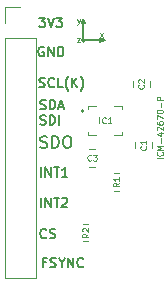
<source format=gbr>
%TF.GenerationSoftware,KiCad,Pcbnew,8.0.5*%
%TF.CreationDate,2024-09-23T16:28:14-04:00*%
%TF.ProjectId,ICM-42670-P-Breakout-Board,49434d2d-3432-4363-9730-2d502d427265,rev?*%
%TF.SameCoordinates,Original*%
%TF.FileFunction,Legend,Top*%
%TF.FilePolarity,Positive*%
%FSLAX46Y46*%
G04 Gerber Fmt 4.6, Leading zero omitted, Abs format (unit mm)*
G04 Created by KiCad (PCBNEW 8.0.5) date 2024-09-23 16:28:14*
%MOMM*%
%LPD*%
G01*
G04 APERTURE LIST*
%ADD10C,0.150000*%
%ADD11C,0.100000*%
%ADD12C,0.200000*%
%ADD13C,0.120000*%
%ADD14C,0.160000*%
G04 APERTURE END LIST*
D10*
X142200000Y-85700000D02*
X144020000Y-85700000D01*
X142050000Y-84250000D02*
X142370000Y-84250000D01*
X143650000Y-85870000D02*
X144020000Y-85700000D01*
X143650000Y-85550000D02*
X143650000Y-85870000D01*
X142350000Y-85700000D02*
G75*
G02*
X142050000Y-85700000I-150000J0D01*
G01*
X142050000Y-85700000D02*
G75*
G02*
X142350000Y-85700000I150000J0D01*
G01*
X142370000Y-84250000D02*
X142200000Y-83880000D01*
X142200000Y-85700000D02*
X142200000Y-83880000D01*
X142200000Y-83880000D02*
X142050000Y-84250000D01*
X144020000Y-85700000D02*
X143650000Y-85550000D01*
D11*
X143593047Y-85418109D02*
X143854952Y-85084776D01*
X143593047Y-85084776D02*
X143854952Y-85418109D01*
D12*
X138595238Y-99819695D02*
X138595238Y-99019695D01*
X138976190Y-99819695D02*
X138976190Y-99019695D01*
X138976190Y-99019695D02*
X139433333Y-99819695D01*
X139433333Y-99819695D02*
X139433333Y-99019695D01*
X139699999Y-99019695D02*
X140157142Y-99019695D01*
X139928570Y-99819695D02*
X139928570Y-99019695D01*
X140385713Y-99095885D02*
X140423809Y-99057790D01*
X140423809Y-99057790D02*
X140499999Y-99019695D01*
X140499999Y-99019695D02*
X140690475Y-99019695D01*
X140690475Y-99019695D02*
X140766666Y-99057790D01*
X140766666Y-99057790D02*
X140804761Y-99095885D01*
X140804761Y-99095885D02*
X140842856Y-99172076D01*
X140842856Y-99172076D02*
X140842856Y-99248266D01*
X140842856Y-99248266D02*
X140804761Y-99362552D01*
X140804761Y-99362552D02*
X140347618Y-99819695D01*
X140347618Y-99819695D02*
X140842856Y-99819695D01*
D11*
X148926109Y-95695237D02*
X148426109Y-95695237D01*
X148878490Y-95171428D02*
X148902300Y-95195237D01*
X148902300Y-95195237D02*
X148926109Y-95266666D01*
X148926109Y-95266666D02*
X148926109Y-95314285D01*
X148926109Y-95314285D02*
X148902300Y-95385713D01*
X148902300Y-95385713D02*
X148854680Y-95433332D01*
X148854680Y-95433332D02*
X148807061Y-95457142D01*
X148807061Y-95457142D02*
X148711823Y-95480951D01*
X148711823Y-95480951D02*
X148640395Y-95480951D01*
X148640395Y-95480951D02*
X148545157Y-95457142D01*
X148545157Y-95457142D02*
X148497538Y-95433332D01*
X148497538Y-95433332D02*
X148449919Y-95385713D01*
X148449919Y-95385713D02*
X148426109Y-95314285D01*
X148426109Y-95314285D02*
X148426109Y-95266666D01*
X148426109Y-95266666D02*
X148449919Y-95195237D01*
X148449919Y-95195237D02*
X148473728Y-95171428D01*
X148926109Y-94957142D02*
X148426109Y-94957142D01*
X148426109Y-94957142D02*
X148783252Y-94790475D01*
X148783252Y-94790475D02*
X148426109Y-94623809D01*
X148426109Y-94623809D02*
X148926109Y-94623809D01*
X148735633Y-94385713D02*
X148735633Y-94004761D01*
X148592776Y-93552379D02*
X148926109Y-93552379D01*
X148402300Y-93671427D02*
X148759442Y-93790474D01*
X148759442Y-93790474D02*
X148759442Y-93480951D01*
X148473728Y-93314284D02*
X148449919Y-93290475D01*
X148449919Y-93290475D02*
X148426109Y-93242856D01*
X148426109Y-93242856D02*
X148426109Y-93123808D01*
X148426109Y-93123808D02*
X148449919Y-93076189D01*
X148449919Y-93076189D02*
X148473728Y-93052380D01*
X148473728Y-93052380D02*
X148521347Y-93028570D01*
X148521347Y-93028570D02*
X148568966Y-93028570D01*
X148568966Y-93028570D02*
X148640395Y-93052380D01*
X148640395Y-93052380D02*
X148926109Y-93338094D01*
X148926109Y-93338094D02*
X148926109Y-93028570D01*
X148426109Y-92599999D02*
X148426109Y-92695237D01*
X148426109Y-92695237D02*
X148449919Y-92742856D01*
X148449919Y-92742856D02*
X148473728Y-92766666D01*
X148473728Y-92766666D02*
X148545157Y-92814285D01*
X148545157Y-92814285D02*
X148640395Y-92838094D01*
X148640395Y-92838094D02*
X148830871Y-92838094D01*
X148830871Y-92838094D02*
X148878490Y-92814285D01*
X148878490Y-92814285D02*
X148902300Y-92790475D01*
X148902300Y-92790475D02*
X148926109Y-92742856D01*
X148926109Y-92742856D02*
X148926109Y-92647618D01*
X148926109Y-92647618D02*
X148902300Y-92599999D01*
X148902300Y-92599999D02*
X148878490Y-92576190D01*
X148878490Y-92576190D02*
X148830871Y-92552380D01*
X148830871Y-92552380D02*
X148711823Y-92552380D01*
X148711823Y-92552380D02*
X148664204Y-92576190D01*
X148664204Y-92576190D02*
X148640395Y-92599999D01*
X148640395Y-92599999D02*
X148616585Y-92647618D01*
X148616585Y-92647618D02*
X148616585Y-92742856D01*
X148616585Y-92742856D02*
X148640395Y-92790475D01*
X148640395Y-92790475D02*
X148664204Y-92814285D01*
X148664204Y-92814285D02*
X148711823Y-92838094D01*
X148426109Y-92385714D02*
X148426109Y-92052381D01*
X148426109Y-92052381D02*
X148926109Y-92266666D01*
X148426109Y-91766667D02*
X148426109Y-91719048D01*
X148426109Y-91719048D02*
X148449919Y-91671429D01*
X148449919Y-91671429D02*
X148473728Y-91647619D01*
X148473728Y-91647619D02*
X148521347Y-91623810D01*
X148521347Y-91623810D02*
X148616585Y-91600000D01*
X148616585Y-91600000D02*
X148735633Y-91600000D01*
X148735633Y-91600000D02*
X148830871Y-91623810D01*
X148830871Y-91623810D02*
X148878490Y-91647619D01*
X148878490Y-91647619D02*
X148902300Y-91671429D01*
X148902300Y-91671429D02*
X148926109Y-91719048D01*
X148926109Y-91719048D02*
X148926109Y-91766667D01*
X148926109Y-91766667D02*
X148902300Y-91814286D01*
X148902300Y-91814286D02*
X148878490Y-91838095D01*
X148878490Y-91838095D02*
X148830871Y-91861905D01*
X148830871Y-91861905D02*
X148735633Y-91885714D01*
X148735633Y-91885714D02*
X148616585Y-91885714D01*
X148616585Y-91885714D02*
X148521347Y-91861905D01*
X148521347Y-91861905D02*
X148473728Y-91838095D01*
X148473728Y-91838095D02*
X148449919Y-91814286D01*
X148449919Y-91814286D02*
X148426109Y-91766667D01*
X148735633Y-91385715D02*
X148735633Y-91004763D01*
X148926109Y-90766667D02*
X148426109Y-90766667D01*
X148426109Y-90766667D02*
X148426109Y-90576191D01*
X148426109Y-90576191D02*
X148449919Y-90528572D01*
X148449919Y-90528572D02*
X148473728Y-90504762D01*
X148473728Y-90504762D02*
X148521347Y-90480953D01*
X148521347Y-90480953D02*
X148592776Y-90480953D01*
X148592776Y-90480953D02*
X148640395Y-90504762D01*
X148640395Y-90504762D02*
X148664204Y-90528572D01*
X148664204Y-90528572D02*
X148688014Y-90576191D01*
X148688014Y-90576191D02*
X148688014Y-90766667D01*
D12*
X139058667Y-102391504D02*
X139020571Y-102429600D01*
X139020571Y-102429600D02*
X138906286Y-102467695D01*
X138906286Y-102467695D02*
X138830095Y-102467695D01*
X138830095Y-102467695D02*
X138715809Y-102429600D01*
X138715809Y-102429600D02*
X138639619Y-102353409D01*
X138639619Y-102353409D02*
X138601524Y-102277219D01*
X138601524Y-102277219D02*
X138563428Y-102124838D01*
X138563428Y-102124838D02*
X138563428Y-102010552D01*
X138563428Y-102010552D02*
X138601524Y-101858171D01*
X138601524Y-101858171D02*
X138639619Y-101781980D01*
X138639619Y-101781980D02*
X138715809Y-101705790D01*
X138715809Y-101705790D02*
X138830095Y-101667695D01*
X138830095Y-101667695D02*
X138906286Y-101667695D01*
X138906286Y-101667695D02*
X139020571Y-101705790D01*
X139020571Y-101705790D02*
X139058667Y-101743885D01*
X139363428Y-102429600D02*
X139477714Y-102467695D01*
X139477714Y-102467695D02*
X139668190Y-102467695D01*
X139668190Y-102467695D02*
X139744381Y-102429600D01*
X139744381Y-102429600D02*
X139782476Y-102391504D01*
X139782476Y-102391504D02*
X139820571Y-102315314D01*
X139820571Y-102315314D02*
X139820571Y-102239123D01*
X139820571Y-102239123D02*
X139782476Y-102162933D01*
X139782476Y-102162933D02*
X139744381Y-102124838D01*
X139744381Y-102124838D02*
X139668190Y-102086742D01*
X139668190Y-102086742D02*
X139515809Y-102048647D01*
X139515809Y-102048647D02*
X139439619Y-102010552D01*
X139439619Y-102010552D02*
X139401524Y-101972457D01*
X139401524Y-101972457D02*
X139363428Y-101896266D01*
X139363428Y-101896266D02*
X139363428Y-101820076D01*
X139363428Y-101820076D02*
X139401524Y-101743885D01*
X139401524Y-101743885D02*
X139439619Y-101705790D01*
X139439619Y-101705790D02*
X139515809Y-101667695D01*
X139515809Y-101667695D02*
X139706286Y-101667695D01*
X139706286Y-101667695D02*
X139820571Y-101705790D01*
X138595238Y-97249695D02*
X138595238Y-96449695D01*
X138976190Y-97249695D02*
X138976190Y-96449695D01*
X138976190Y-96449695D02*
X139433333Y-97249695D01*
X139433333Y-97249695D02*
X139433333Y-96449695D01*
X139699999Y-96449695D02*
X140157142Y-96449695D01*
X139928570Y-97249695D02*
X139928570Y-96449695D01*
X140842856Y-97249695D02*
X140385713Y-97249695D01*
X140614285Y-97249695D02*
X140614285Y-96449695D01*
X140614285Y-96449695D02*
X140538094Y-96563980D01*
X140538094Y-96563980D02*
X140461904Y-96640171D01*
X140461904Y-96640171D02*
X140385713Y-96678266D01*
X139033428Y-104490647D02*
X138766762Y-104490647D01*
X138766762Y-104909695D02*
X138766762Y-104109695D01*
X138766762Y-104109695D02*
X139147714Y-104109695D01*
X139414380Y-104871600D02*
X139528666Y-104909695D01*
X139528666Y-104909695D02*
X139719142Y-104909695D01*
X139719142Y-104909695D02*
X139795333Y-104871600D01*
X139795333Y-104871600D02*
X139833428Y-104833504D01*
X139833428Y-104833504D02*
X139871523Y-104757314D01*
X139871523Y-104757314D02*
X139871523Y-104681123D01*
X139871523Y-104681123D02*
X139833428Y-104604933D01*
X139833428Y-104604933D02*
X139795333Y-104566838D01*
X139795333Y-104566838D02*
X139719142Y-104528742D01*
X139719142Y-104528742D02*
X139566761Y-104490647D01*
X139566761Y-104490647D02*
X139490571Y-104452552D01*
X139490571Y-104452552D02*
X139452476Y-104414457D01*
X139452476Y-104414457D02*
X139414380Y-104338266D01*
X139414380Y-104338266D02*
X139414380Y-104262076D01*
X139414380Y-104262076D02*
X139452476Y-104185885D01*
X139452476Y-104185885D02*
X139490571Y-104147790D01*
X139490571Y-104147790D02*
X139566761Y-104109695D01*
X139566761Y-104109695D02*
X139757238Y-104109695D01*
X139757238Y-104109695D02*
X139871523Y-104147790D01*
X140366762Y-104528742D02*
X140366762Y-104909695D01*
X140100095Y-104109695D02*
X140366762Y-104528742D01*
X140366762Y-104528742D02*
X140633428Y-104109695D01*
X140900095Y-104909695D02*
X140900095Y-104109695D01*
X140900095Y-104109695D02*
X141357238Y-104909695D01*
X141357238Y-104909695D02*
X141357238Y-104109695D01*
X142195333Y-104833504D02*
X142157237Y-104871600D01*
X142157237Y-104871600D02*
X142042952Y-104909695D01*
X142042952Y-104909695D02*
X141966761Y-104909695D01*
X141966761Y-104909695D02*
X141852475Y-104871600D01*
X141852475Y-104871600D02*
X141776285Y-104795409D01*
X141776285Y-104795409D02*
X141738190Y-104719219D01*
X141738190Y-104719219D02*
X141700094Y-104566838D01*
X141700094Y-104566838D02*
X141700094Y-104452552D01*
X141700094Y-104452552D02*
X141738190Y-104300171D01*
X141738190Y-104300171D02*
X141776285Y-104223980D01*
X141776285Y-104223980D02*
X141852475Y-104147790D01*
X141852475Y-104147790D02*
X141966761Y-104109695D01*
X141966761Y-104109695D02*
X142042952Y-104109695D01*
X142042952Y-104109695D02*
X142157237Y-104147790D01*
X142157237Y-104147790D02*
X142195333Y-104185885D01*
X138459958Y-89631600D02*
X138574244Y-89669695D01*
X138574244Y-89669695D02*
X138764720Y-89669695D01*
X138764720Y-89669695D02*
X138840911Y-89631600D01*
X138840911Y-89631600D02*
X138879006Y-89593504D01*
X138879006Y-89593504D02*
X138917101Y-89517314D01*
X138917101Y-89517314D02*
X138917101Y-89441123D01*
X138917101Y-89441123D02*
X138879006Y-89364933D01*
X138879006Y-89364933D02*
X138840911Y-89326838D01*
X138840911Y-89326838D02*
X138764720Y-89288742D01*
X138764720Y-89288742D02*
X138612339Y-89250647D01*
X138612339Y-89250647D02*
X138536149Y-89212552D01*
X138536149Y-89212552D02*
X138498054Y-89174457D01*
X138498054Y-89174457D02*
X138459958Y-89098266D01*
X138459958Y-89098266D02*
X138459958Y-89022076D01*
X138459958Y-89022076D02*
X138498054Y-88945885D01*
X138498054Y-88945885D02*
X138536149Y-88907790D01*
X138536149Y-88907790D02*
X138612339Y-88869695D01*
X138612339Y-88869695D02*
X138802816Y-88869695D01*
X138802816Y-88869695D02*
X138917101Y-88907790D01*
X139717102Y-89593504D02*
X139679006Y-89631600D01*
X139679006Y-89631600D02*
X139564721Y-89669695D01*
X139564721Y-89669695D02*
X139488530Y-89669695D01*
X139488530Y-89669695D02*
X139374244Y-89631600D01*
X139374244Y-89631600D02*
X139298054Y-89555409D01*
X139298054Y-89555409D02*
X139259959Y-89479219D01*
X139259959Y-89479219D02*
X139221863Y-89326838D01*
X139221863Y-89326838D02*
X139221863Y-89212552D01*
X139221863Y-89212552D02*
X139259959Y-89060171D01*
X139259959Y-89060171D02*
X139298054Y-88983980D01*
X139298054Y-88983980D02*
X139374244Y-88907790D01*
X139374244Y-88907790D02*
X139488530Y-88869695D01*
X139488530Y-88869695D02*
X139564721Y-88869695D01*
X139564721Y-88869695D02*
X139679006Y-88907790D01*
X139679006Y-88907790D02*
X139717102Y-88945885D01*
X140440911Y-89669695D02*
X140059959Y-89669695D01*
X140059959Y-89669695D02*
X140059959Y-88869695D01*
X140936149Y-89974457D02*
X140898054Y-89936361D01*
X140898054Y-89936361D02*
X140821863Y-89822076D01*
X140821863Y-89822076D02*
X140783768Y-89745885D01*
X140783768Y-89745885D02*
X140745673Y-89631600D01*
X140745673Y-89631600D02*
X140707578Y-89441123D01*
X140707578Y-89441123D02*
X140707578Y-89288742D01*
X140707578Y-89288742D02*
X140745673Y-89098266D01*
X140745673Y-89098266D02*
X140783768Y-88983980D01*
X140783768Y-88983980D02*
X140821863Y-88907790D01*
X140821863Y-88907790D02*
X140898054Y-88793504D01*
X140898054Y-88793504D02*
X140936149Y-88755409D01*
X141240911Y-89669695D02*
X141240911Y-88869695D01*
X141698054Y-89669695D02*
X141355196Y-89212552D01*
X141698054Y-88869695D02*
X141240911Y-89326838D01*
X141964720Y-89974457D02*
X142002815Y-89936361D01*
X142002815Y-89936361D02*
X142079006Y-89822076D01*
X142079006Y-89822076D02*
X142117101Y-89745885D01*
X142117101Y-89745885D02*
X142155196Y-89631600D01*
X142155196Y-89631600D02*
X142193292Y-89441123D01*
X142193292Y-89441123D02*
X142193292Y-89288742D01*
X142193292Y-89288742D02*
X142155196Y-89098266D01*
X142155196Y-89098266D02*
X142117101Y-88983980D01*
X142117101Y-88983980D02*
X142079006Y-88907790D01*
X142079006Y-88907790D02*
X142002815Y-88793504D01*
X142002815Y-88793504D02*
X141964720Y-88755409D01*
X138455523Y-83799695D02*
X138950761Y-83799695D01*
X138950761Y-83799695D02*
X138684095Y-84104457D01*
X138684095Y-84104457D02*
X138798380Y-84104457D01*
X138798380Y-84104457D02*
X138874571Y-84142552D01*
X138874571Y-84142552D02*
X138912666Y-84180647D01*
X138912666Y-84180647D02*
X138950761Y-84256838D01*
X138950761Y-84256838D02*
X138950761Y-84447314D01*
X138950761Y-84447314D02*
X138912666Y-84523504D01*
X138912666Y-84523504D02*
X138874571Y-84561600D01*
X138874571Y-84561600D02*
X138798380Y-84599695D01*
X138798380Y-84599695D02*
X138569809Y-84599695D01*
X138569809Y-84599695D02*
X138493618Y-84561600D01*
X138493618Y-84561600D02*
X138455523Y-84523504D01*
X139179333Y-83799695D02*
X139446000Y-84599695D01*
X139446000Y-84599695D02*
X139712666Y-83799695D01*
X139903142Y-83799695D02*
X140398380Y-83799695D01*
X140398380Y-83799695D02*
X140131714Y-84104457D01*
X140131714Y-84104457D02*
X140245999Y-84104457D01*
X140245999Y-84104457D02*
X140322190Y-84142552D01*
X140322190Y-84142552D02*
X140360285Y-84180647D01*
X140360285Y-84180647D02*
X140398380Y-84256838D01*
X140398380Y-84256838D02*
X140398380Y-84447314D01*
X140398380Y-84447314D02*
X140360285Y-84523504D01*
X140360285Y-84523504D02*
X140322190Y-84561600D01*
X140322190Y-84561600D02*
X140245999Y-84599695D01*
X140245999Y-84599695D02*
X140017428Y-84599695D01*
X140017428Y-84599695D02*
X139941237Y-84561600D01*
X139941237Y-84561600D02*
X139903142Y-84523504D01*
X138836476Y-86277790D02*
X138760286Y-86239695D01*
X138760286Y-86239695D02*
X138646000Y-86239695D01*
X138646000Y-86239695D02*
X138531714Y-86277790D01*
X138531714Y-86277790D02*
X138455524Y-86353980D01*
X138455524Y-86353980D02*
X138417429Y-86430171D01*
X138417429Y-86430171D02*
X138379333Y-86582552D01*
X138379333Y-86582552D02*
X138379333Y-86696838D01*
X138379333Y-86696838D02*
X138417429Y-86849219D01*
X138417429Y-86849219D02*
X138455524Y-86925409D01*
X138455524Y-86925409D02*
X138531714Y-87001600D01*
X138531714Y-87001600D02*
X138646000Y-87039695D01*
X138646000Y-87039695D02*
X138722191Y-87039695D01*
X138722191Y-87039695D02*
X138836476Y-87001600D01*
X138836476Y-87001600D02*
X138874572Y-86963504D01*
X138874572Y-86963504D02*
X138874572Y-86696838D01*
X138874572Y-86696838D02*
X138722191Y-86696838D01*
X139217429Y-87039695D02*
X139217429Y-86239695D01*
X139217429Y-86239695D02*
X139674572Y-87039695D01*
X139674572Y-87039695D02*
X139674572Y-86239695D01*
X140055524Y-87039695D02*
X140055524Y-86239695D01*
X140055524Y-86239695D02*
X140246000Y-86239695D01*
X140246000Y-86239695D02*
X140360286Y-86277790D01*
X140360286Y-86277790D02*
X140436476Y-86353980D01*
X140436476Y-86353980D02*
X140474571Y-86430171D01*
X140474571Y-86430171D02*
X140512667Y-86582552D01*
X140512667Y-86582552D02*
X140512667Y-86696838D01*
X140512667Y-86696838D02*
X140474571Y-86849219D01*
X140474571Y-86849219D02*
X140436476Y-86925409D01*
X140436476Y-86925409D02*
X140360286Y-87001600D01*
X140360286Y-87001600D02*
X140246000Y-87039695D01*
X140246000Y-87039695D02*
X140055524Y-87039695D01*
X138543958Y-91517623D02*
X138658244Y-91555718D01*
X138658244Y-91555718D02*
X138848720Y-91555718D01*
X138848720Y-91555718D02*
X138924911Y-91517623D01*
X138924911Y-91517623D02*
X138963006Y-91479527D01*
X138963006Y-91479527D02*
X139001101Y-91403337D01*
X139001101Y-91403337D02*
X139001101Y-91327146D01*
X139001101Y-91327146D02*
X138963006Y-91250956D01*
X138963006Y-91250956D02*
X138924911Y-91212861D01*
X138924911Y-91212861D02*
X138848720Y-91174765D01*
X138848720Y-91174765D02*
X138696339Y-91136670D01*
X138696339Y-91136670D02*
X138620149Y-91098575D01*
X138620149Y-91098575D02*
X138582054Y-91060480D01*
X138582054Y-91060480D02*
X138543958Y-90984289D01*
X138543958Y-90984289D02*
X138543958Y-90908099D01*
X138543958Y-90908099D02*
X138582054Y-90831908D01*
X138582054Y-90831908D02*
X138620149Y-90793813D01*
X138620149Y-90793813D02*
X138696339Y-90755718D01*
X138696339Y-90755718D02*
X138886816Y-90755718D01*
X138886816Y-90755718D02*
X139001101Y-90793813D01*
X139343959Y-91555718D02*
X139343959Y-90755718D01*
X139343959Y-90755718D02*
X139534435Y-90755718D01*
X139534435Y-90755718D02*
X139648721Y-90793813D01*
X139648721Y-90793813D02*
X139724911Y-90870003D01*
X139724911Y-90870003D02*
X139763006Y-90946194D01*
X139763006Y-90946194D02*
X139801102Y-91098575D01*
X139801102Y-91098575D02*
X139801102Y-91212861D01*
X139801102Y-91212861D02*
X139763006Y-91365242D01*
X139763006Y-91365242D02*
X139724911Y-91441432D01*
X139724911Y-91441432D02*
X139648721Y-91517623D01*
X139648721Y-91517623D02*
X139534435Y-91555718D01*
X139534435Y-91555718D02*
X139343959Y-91555718D01*
X140105863Y-91327146D02*
X140486816Y-91327146D01*
X140029673Y-91555718D02*
X140296340Y-90755718D01*
X140296340Y-90755718D02*
X140563006Y-91555718D01*
X138543958Y-92805578D02*
X138658244Y-92843673D01*
X138658244Y-92843673D02*
X138848720Y-92843673D01*
X138848720Y-92843673D02*
X138924911Y-92805578D01*
X138924911Y-92805578D02*
X138963006Y-92767482D01*
X138963006Y-92767482D02*
X139001101Y-92691292D01*
X139001101Y-92691292D02*
X139001101Y-92615101D01*
X139001101Y-92615101D02*
X138963006Y-92538911D01*
X138963006Y-92538911D02*
X138924911Y-92500816D01*
X138924911Y-92500816D02*
X138848720Y-92462720D01*
X138848720Y-92462720D02*
X138696339Y-92424625D01*
X138696339Y-92424625D02*
X138620149Y-92386530D01*
X138620149Y-92386530D02*
X138582054Y-92348435D01*
X138582054Y-92348435D02*
X138543958Y-92272244D01*
X138543958Y-92272244D02*
X138543958Y-92196054D01*
X138543958Y-92196054D02*
X138582054Y-92119863D01*
X138582054Y-92119863D02*
X138620149Y-92081768D01*
X138620149Y-92081768D02*
X138696339Y-92043673D01*
X138696339Y-92043673D02*
X138886816Y-92043673D01*
X138886816Y-92043673D02*
X139001101Y-92081768D01*
X139343959Y-92843673D02*
X139343959Y-92043673D01*
X139343959Y-92043673D02*
X139534435Y-92043673D01*
X139534435Y-92043673D02*
X139648721Y-92081768D01*
X139648721Y-92081768D02*
X139724911Y-92157958D01*
X139724911Y-92157958D02*
X139763006Y-92234149D01*
X139763006Y-92234149D02*
X139801102Y-92386530D01*
X139801102Y-92386530D02*
X139801102Y-92500816D01*
X139801102Y-92500816D02*
X139763006Y-92653197D01*
X139763006Y-92653197D02*
X139724911Y-92729387D01*
X139724911Y-92729387D02*
X139648721Y-92805578D01*
X139648721Y-92805578D02*
X139534435Y-92843673D01*
X139534435Y-92843673D02*
X139343959Y-92843673D01*
X140143959Y-92843673D02*
X140143959Y-92043673D01*
D11*
X141670952Y-83882776D02*
X141790000Y-84216109D01*
X141909047Y-83882776D02*
X141790000Y-84216109D01*
X141790000Y-84216109D02*
X141742381Y-84335157D01*
X141742381Y-84335157D02*
X141718571Y-84358966D01*
X141718571Y-84358966D02*
X141670952Y-84382776D01*
X141619047Y-85552776D02*
X141880952Y-85552776D01*
X141880952Y-85552776D02*
X141619047Y-85886109D01*
X141619047Y-85886109D02*
X141880952Y-85886109D01*
D12*
X138560476Y-94774600D02*
X138703333Y-94822219D01*
X138703333Y-94822219D02*
X138941428Y-94822219D01*
X138941428Y-94822219D02*
X139036666Y-94774600D01*
X139036666Y-94774600D02*
X139084285Y-94726980D01*
X139084285Y-94726980D02*
X139131904Y-94631742D01*
X139131904Y-94631742D02*
X139131904Y-94536504D01*
X139131904Y-94536504D02*
X139084285Y-94441266D01*
X139084285Y-94441266D02*
X139036666Y-94393647D01*
X139036666Y-94393647D02*
X138941428Y-94346028D01*
X138941428Y-94346028D02*
X138750952Y-94298409D01*
X138750952Y-94298409D02*
X138655714Y-94250790D01*
X138655714Y-94250790D02*
X138608095Y-94203171D01*
X138608095Y-94203171D02*
X138560476Y-94107933D01*
X138560476Y-94107933D02*
X138560476Y-94012695D01*
X138560476Y-94012695D02*
X138608095Y-93917457D01*
X138608095Y-93917457D02*
X138655714Y-93869838D01*
X138655714Y-93869838D02*
X138750952Y-93822219D01*
X138750952Y-93822219D02*
X138989047Y-93822219D01*
X138989047Y-93822219D02*
X139131904Y-93869838D01*
X139560476Y-94822219D02*
X139560476Y-93822219D01*
X139560476Y-93822219D02*
X139798571Y-93822219D01*
X139798571Y-93822219D02*
X139941428Y-93869838D01*
X139941428Y-93869838D02*
X140036666Y-93965076D01*
X140036666Y-93965076D02*
X140084285Y-94060314D01*
X140084285Y-94060314D02*
X140131904Y-94250790D01*
X140131904Y-94250790D02*
X140131904Y-94393647D01*
X140131904Y-94393647D02*
X140084285Y-94584123D01*
X140084285Y-94584123D02*
X140036666Y-94679361D01*
X140036666Y-94679361D02*
X139941428Y-94774600D01*
X139941428Y-94774600D02*
X139798571Y-94822219D01*
X139798571Y-94822219D02*
X139560476Y-94822219D01*
X140750952Y-93822219D02*
X140941428Y-93822219D01*
X140941428Y-93822219D02*
X141036666Y-93869838D01*
X141036666Y-93869838D02*
X141131904Y-93965076D01*
X141131904Y-93965076D02*
X141179523Y-94155552D01*
X141179523Y-94155552D02*
X141179523Y-94488885D01*
X141179523Y-94488885D02*
X141131904Y-94679361D01*
X141131904Y-94679361D02*
X141036666Y-94774600D01*
X141036666Y-94774600D02*
X140941428Y-94822219D01*
X140941428Y-94822219D02*
X140750952Y-94822219D01*
X140750952Y-94822219D02*
X140655714Y-94774600D01*
X140655714Y-94774600D02*
X140560476Y-94679361D01*
X140560476Y-94679361D02*
X140512857Y-94488885D01*
X140512857Y-94488885D02*
X140512857Y-94155552D01*
X140512857Y-94155552D02*
X140560476Y-93965076D01*
X140560476Y-93965076D02*
X140655714Y-93869838D01*
X140655714Y-93869838D02*
X140750952Y-93822219D01*
D11*
X147478490Y-94683333D02*
X147502300Y-94707142D01*
X147502300Y-94707142D02*
X147526109Y-94778571D01*
X147526109Y-94778571D02*
X147526109Y-94826190D01*
X147526109Y-94826190D02*
X147502300Y-94897618D01*
X147502300Y-94897618D02*
X147454680Y-94945237D01*
X147454680Y-94945237D02*
X147407061Y-94969047D01*
X147407061Y-94969047D02*
X147311823Y-94992856D01*
X147311823Y-94992856D02*
X147240395Y-94992856D01*
X147240395Y-94992856D02*
X147145157Y-94969047D01*
X147145157Y-94969047D02*
X147097538Y-94945237D01*
X147097538Y-94945237D02*
X147049919Y-94897618D01*
X147049919Y-94897618D02*
X147026109Y-94826190D01*
X147026109Y-94826190D02*
X147026109Y-94778571D01*
X147026109Y-94778571D02*
X147049919Y-94707142D01*
X147049919Y-94707142D02*
X147073728Y-94683333D01*
X147526109Y-94207142D02*
X147526109Y-94492856D01*
X147526109Y-94349999D02*
X147026109Y-94349999D01*
X147026109Y-94349999D02*
X147097538Y-94397618D01*
X147097538Y-94397618D02*
X147145157Y-94445237D01*
X147145157Y-94445237D02*
X147168966Y-94492856D01*
X147278490Y-89480833D02*
X147302300Y-89504642D01*
X147302300Y-89504642D02*
X147326109Y-89576071D01*
X147326109Y-89576071D02*
X147326109Y-89623690D01*
X147326109Y-89623690D02*
X147302300Y-89695118D01*
X147302300Y-89695118D02*
X147254680Y-89742737D01*
X147254680Y-89742737D02*
X147207061Y-89766547D01*
X147207061Y-89766547D02*
X147111823Y-89790356D01*
X147111823Y-89790356D02*
X147040395Y-89790356D01*
X147040395Y-89790356D02*
X146945157Y-89766547D01*
X146945157Y-89766547D02*
X146897538Y-89742737D01*
X146897538Y-89742737D02*
X146849919Y-89695118D01*
X146849919Y-89695118D02*
X146826109Y-89623690D01*
X146826109Y-89623690D02*
X146826109Y-89576071D01*
X146826109Y-89576071D02*
X146849919Y-89504642D01*
X146849919Y-89504642D02*
X146873728Y-89480833D01*
X146873728Y-89290356D02*
X146849919Y-89266547D01*
X146849919Y-89266547D02*
X146826109Y-89218928D01*
X146826109Y-89218928D02*
X146826109Y-89099880D01*
X146826109Y-89099880D02*
X146849919Y-89052261D01*
X146849919Y-89052261D02*
X146873728Y-89028452D01*
X146873728Y-89028452D02*
X146921347Y-89004642D01*
X146921347Y-89004642D02*
X146968966Y-89004642D01*
X146968966Y-89004642D02*
X147040395Y-89028452D01*
X147040395Y-89028452D02*
X147326109Y-89314166D01*
X147326109Y-89314166D02*
X147326109Y-89004642D01*
X143561905Y-92726109D02*
X143561905Y-92226109D01*
X144085714Y-92678490D02*
X144061905Y-92702300D01*
X144061905Y-92702300D02*
X143990476Y-92726109D01*
X143990476Y-92726109D02*
X143942857Y-92726109D01*
X143942857Y-92726109D02*
X143871429Y-92702300D01*
X143871429Y-92702300D02*
X143823810Y-92654680D01*
X143823810Y-92654680D02*
X143800000Y-92607061D01*
X143800000Y-92607061D02*
X143776191Y-92511823D01*
X143776191Y-92511823D02*
X143776191Y-92440395D01*
X143776191Y-92440395D02*
X143800000Y-92345157D01*
X143800000Y-92345157D02*
X143823810Y-92297538D01*
X143823810Y-92297538D02*
X143871429Y-92249919D01*
X143871429Y-92249919D02*
X143942857Y-92226109D01*
X143942857Y-92226109D02*
X143990476Y-92226109D01*
X143990476Y-92226109D02*
X144061905Y-92249919D01*
X144061905Y-92249919D02*
X144085714Y-92273728D01*
X144561905Y-92726109D02*
X144276191Y-92726109D01*
X144419048Y-92726109D02*
X144419048Y-92226109D01*
X144419048Y-92226109D02*
X144371429Y-92297538D01*
X144371429Y-92297538D02*
X144323810Y-92345157D01*
X144323810Y-92345157D02*
X144276191Y-92368966D01*
X142626109Y-102083333D02*
X142388014Y-102249999D01*
X142626109Y-102369047D02*
X142126109Y-102369047D01*
X142126109Y-102369047D02*
X142126109Y-102178571D01*
X142126109Y-102178571D02*
X142149919Y-102130952D01*
X142149919Y-102130952D02*
X142173728Y-102107142D01*
X142173728Y-102107142D02*
X142221347Y-102083333D01*
X142221347Y-102083333D02*
X142292776Y-102083333D01*
X142292776Y-102083333D02*
X142340395Y-102107142D01*
X142340395Y-102107142D02*
X142364204Y-102130952D01*
X142364204Y-102130952D02*
X142388014Y-102178571D01*
X142388014Y-102178571D02*
X142388014Y-102369047D01*
X142173728Y-101892856D02*
X142149919Y-101869047D01*
X142149919Y-101869047D02*
X142126109Y-101821428D01*
X142126109Y-101821428D02*
X142126109Y-101702380D01*
X142126109Y-101702380D02*
X142149919Y-101654761D01*
X142149919Y-101654761D02*
X142173728Y-101630952D01*
X142173728Y-101630952D02*
X142221347Y-101607142D01*
X142221347Y-101607142D02*
X142268966Y-101607142D01*
X142268966Y-101607142D02*
X142340395Y-101630952D01*
X142340395Y-101630952D02*
X142626109Y-101916666D01*
X142626109Y-101916666D02*
X142626109Y-101607142D01*
X142854166Y-95842490D02*
X142830357Y-95866300D01*
X142830357Y-95866300D02*
X142758928Y-95890109D01*
X142758928Y-95890109D02*
X142711309Y-95890109D01*
X142711309Y-95890109D02*
X142639881Y-95866300D01*
X142639881Y-95866300D02*
X142592262Y-95818680D01*
X142592262Y-95818680D02*
X142568452Y-95771061D01*
X142568452Y-95771061D02*
X142544643Y-95675823D01*
X142544643Y-95675823D02*
X142544643Y-95604395D01*
X142544643Y-95604395D02*
X142568452Y-95509157D01*
X142568452Y-95509157D02*
X142592262Y-95461538D01*
X142592262Y-95461538D02*
X142639881Y-95413919D01*
X142639881Y-95413919D02*
X142711309Y-95390109D01*
X142711309Y-95390109D02*
X142758928Y-95390109D01*
X142758928Y-95390109D02*
X142830357Y-95413919D01*
X142830357Y-95413919D02*
X142854166Y-95437728D01*
X143020833Y-95390109D02*
X143330357Y-95390109D01*
X143330357Y-95390109D02*
X143163690Y-95580585D01*
X143163690Y-95580585D02*
X143235119Y-95580585D01*
X143235119Y-95580585D02*
X143282738Y-95604395D01*
X143282738Y-95604395D02*
X143306547Y-95628204D01*
X143306547Y-95628204D02*
X143330357Y-95675823D01*
X143330357Y-95675823D02*
X143330357Y-95794871D01*
X143330357Y-95794871D02*
X143306547Y-95842490D01*
X143306547Y-95842490D02*
X143282738Y-95866300D01*
X143282738Y-95866300D02*
X143235119Y-95890109D01*
X143235119Y-95890109D02*
X143092262Y-95890109D01*
X143092262Y-95890109D02*
X143044643Y-95866300D01*
X143044643Y-95866300D02*
X143020833Y-95842490D01*
X145226109Y-97783333D02*
X144988014Y-97949999D01*
X145226109Y-98069047D02*
X144726109Y-98069047D01*
X144726109Y-98069047D02*
X144726109Y-97878571D01*
X144726109Y-97878571D02*
X144749919Y-97830952D01*
X144749919Y-97830952D02*
X144773728Y-97807142D01*
X144773728Y-97807142D02*
X144821347Y-97783333D01*
X144821347Y-97783333D02*
X144892776Y-97783333D01*
X144892776Y-97783333D02*
X144940395Y-97807142D01*
X144940395Y-97807142D02*
X144964204Y-97830952D01*
X144964204Y-97830952D02*
X144988014Y-97878571D01*
X144988014Y-97878571D02*
X144988014Y-98069047D01*
X145226109Y-97307142D02*
X145226109Y-97592856D01*
X145226109Y-97449999D02*
X144726109Y-97449999D01*
X144726109Y-97449999D02*
X144797538Y-97497618D01*
X144797538Y-97497618D02*
X144845157Y-97545237D01*
X144845157Y-97545237D02*
X144868966Y-97592856D01*
D13*
%TO.C,C1*%
X146565000Y-94338748D02*
X146565000Y-94861252D01*
X148035000Y-94338748D02*
X148035000Y-94861252D01*
%TO.C,C2*%
X146365000Y-89661252D02*
X146365000Y-89138748D01*
X147835000Y-89661252D02*
X147835000Y-89138748D01*
D11*
%TO.C,IC1*%
X142600000Y-93700000D02*
X142600000Y-93500000D01*
X142600000Y-93700000D02*
X143300000Y-93700000D01*
X145500000Y-93500000D02*
X145500000Y-93700000D01*
X142600000Y-91500000D02*
X142600000Y-91300000D01*
X144800000Y-91300000D02*
X145500000Y-91300000D01*
X145500000Y-91500000D02*
X145500000Y-91300000D01*
X142600000Y-91300000D02*
X143300000Y-91300000D01*
X145500000Y-93700000D02*
X144800000Y-93700000D01*
D14*
X142230000Y-91700000D02*
G75*
G02*
X142070000Y-91700000I-80000J0D01*
G01*
X142070000Y-91700000D02*
G75*
G02*
X142230000Y-91700000I80000J0D01*
G01*
D13*
%TO.C,R2*%
X142172936Y-102735000D02*
X142627064Y-102735000D01*
X142172936Y-101265000D02*
X142627064Y-101265000D01*
%TO.C,J1*%
X135540000Y-85490000D02*
X138200000Y-85490000D01*
X135540000Y-82890000D02*
X136870000Y-82890000D01*
X135540000Y-84220000D02*
X135540000Y-82890000D01*
X138200000Y-85490000D02*
X138200000Y-105870000D01*
X135540000Y-105870000D02*
X138200000Y-105870000D01*
X135540000Y-85490000D02*
X135540000Y-105870000D01*
%TO.C,C3*%
X142676248Y-96399000D02*
X143198752Y-96399000D01*
X142676248Y-94929000D02*
X143198752Y-94929000D01*
%TO.C,R1*%
X145227064Y-98435000D02*
X144772936Y-98435000D01*
X145227064Y-96965000D02*
X144772936Y-96965000D01*
%TD*%
M02*

</source>
